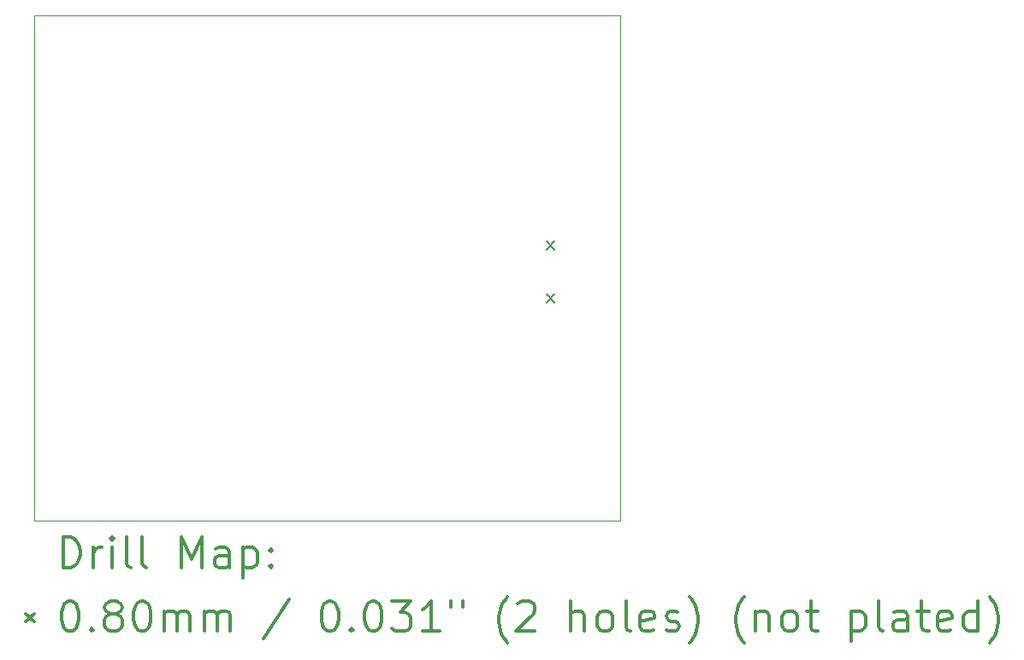
<source format=gbr>
%FSLAX45Y45*%
G04 Gerber Fmt 4.5, Leading zero omitted, Abs format (unit mm)*
G04 Created by KiCad (PCBNEW (5.1.5)-3) date 2020-09-11 10:44:50*
%MOMM*%
%LPD*%
G04 APERTURE LIST*
%TA.AperFunction,Profile*%
%ADD10C,0.050000*%
%TD*%
%ADD11C,0.200000*%
%ADD12C,0.300000*%
G04 APERTURE END LIST*
D10*
X1300000Y-1300000D02*
X1300000Y-6300000D01*
X7100000Y-1300000D02*
X7100000Y-6300000D01*
X1300000Y-6300000D02*
X7100000Y-6300000D01*
X1300000Y-1300000D02*
X7100000Y-1300000D01*
D11*
X6370960Y-4060068D02*
X6450960Y-4140068D01*
X6450960Y-4060068D02*
X6370960Y-4140068D01*
X6370960Y-3536320D02*
X6450960Y-3616320D01*
X6450960Y-3536320D02*
X6370960Y-3616320D01*
D12*
X1583928Y-6768214D02*
X1583928Y-6468214D01*
X1655357Y-6468214D01*
X1698214Y-6482500D01*
X1726786Y-6511071D01*
X1741071Y-6539643D01*
X1755357Y-6596786D01*
X1755357Y-6639643D01*
X1741071Y-6696786D01*
X1726786Y-6725357D01*
X1698214Y-6753929D01*
X1655357Y-6768214D01*
X1583928Y-6768214D01*
X1883928Y-6768214D02*
X1883928Y-6568214D01*
X1883928Y-6625357D02*
X1898214Y-6596786D01*
X1912500Y-6582500D01*
X1941071Y-6568214D01*
X1969643Y-6568214D01*
X2069643Y-6768214D02*
X2069643Y-6568214D01*
X2069643Y-6468214D02*
X2055357Y-6482500D01*
X2069643Y-6496786D01*
X2083928Y-6482500D01*
X2069643Y-6468214D01*
X2069643Y-6496786D01*
X2255357Y-6768214D02*
X2226786Y-6753929D01*
X2212500Y-6725357D01*
X2212500Y-6468214D01*
X2412500Y-6768214D02*
X2383928Y-6753929D01*
X2369643Y-6725357D01*
X2369643Y-6468214D01*
X2755357Y-6768214D02*
X2755357Y-6468214D01*
X2855357Y-6682500D01*
X2955357Y-6468214D01*
X2955357Y-6768214D01*
X3226786Y-6768214D02*
X3226786Y-6611071D01*
X3212500Y-6582500D01*
X3183928Y-6568214D01*
X3126786Y-6568214D01*
X3098214Y-6582500D01*
X3226786Y-6753929D02*
X3198214Y-6768214D01*
X3126786Y-6768214D01*
X3098214Y-6753929D01*
X3083928Y-6725357D01*
X3083928Y-6696786D01*
X3098214Y-6668214D01*
X3126786Y-6653929D01*
X3198214Y-6653929D01*
X3226786Y-6639643D01*
X3369643Y-6568214D02*
X3369643Y-6868214D01*
X3369643Y-6582500D02*
X3398214Y-6568214D01*
X3455357Y-6568214D01*
X3483928Y-6582500D01*
X3498214Y-6596786D01*
X3512500Y-6625357D01*
X3512500Y-6711071D01*
X3498214Y-6739643D01*
X3483928Y-6753929D01*
X3455357Y-6768214D01*
X3398214Y-6768214D01*
X3369643Y-6753929D01*
X3641071Y-6739643D02*
X3655357Y-6753929D01*
X3641071Y-6768214D01*
X3626786Y-6753929D01*
X3641071Y-6739643D01*
X3641071Y-6768214D01*
X3641071Y-6582500D02*
X3655357Y-6596786D01*
X3641071Y-6611071D01*
X3626786Y-6596786D01*
X3641071Y-6582500D01*
X3641071Y-6611071D01*
X1217500Y-7222500D02*
X1297500Y-7302500D01*
X1297500Y-7222500D02*
X1217500Y-7302500D01*
X1641071Y-7098214D02*
X1669643Y-7098214D01*
X1698214Y-7112500D01*
X1712500Y-7126786D01*
X1726786Y-7155357D01*
X1741071Y-7212500D01*
X1741071Y-7283929D01*
X1726786Y-7341071D01*
X1712500Y-7369643D01*
X1698214Y-7383929D01*
X1669643Y-7398214D01*
X1641071Y-7398214D01*
X1612500Y-7383929D01*
X1598214Y-7369643D01*
X1583928Y-7341071D01*
X1569643Y-7283929D01*
X1569643Y-7212500D01*
X1583928Y-7155357D01*
X1598214Y-7126786D01*
X1612500Y-7112500D01*
X1641071Y-7098214D01*
X1869643Y-7369643D02*
X1883928Y-7383929D01*
X1869643Y-7398214D01*
X1855357Y-7383929D01*
X1869643Y-7369643D01*
X1869643Y-7398214D01*
X2055357Y-7226786D02*
X2026786Y-7212500D01*
X2012500Y-7198214D01*
X1998214Y-7169643D01*
X1998214Y-7155357D01*
X2012500Y-7126786D01*
X2026786Y-7112500D01*
X2055357Y-7098214D01*
X2112500Y-7098214D01*
X2141071Y-7112500D01*
X2155357Y-7126786D01*
X2169643Y-7155357D01*
X2169643Y-7169643D01*
X2155357Y-7198214D01*
X2141071Y-7212500D01*
X2112500Y-7226786D01*
X2055357Y-7226786D01*
X2026786Y-7241071D01*
X2012500Y-7255357D01*
X1998214Y-7283929D01*
X1998214Y-7341071D01*
X2012500Y-7369643D01*
X2026786Y-7383929D01*
X2055357Y-7398214D01*
X2112500Y-7398214D01*
X2141071Y-7383929D01*
X2155357Y-7369643D01*
X2169643Y-7341071D01*
X2169643Y-7283929D01*
X2155357Y-7255357D01*
X2141071Y-7241071D01*
X2112500Y-7226786D01*
X2355357Y-7098214D02*
X2383928Y-7098214D01*
X2412500Y-7112500D01*
X2426786Y-7126786D01*
X2441071Y-7155357D01*
X2455357Y-7212500D01*
X2455357Y-7283929D01*
X2441071Y-7341071D01*
X2426786Y-7369643D01*
X2412500Y-7383929D01*
X2383928Y-7398214D01*
X2355357Y-7398214D01*
X2326786Y-7383929D01*
X2312500Y-7369643D01*
X2298214Y-7341071D01*
X2283928Y-7283929D01*
X2283928Y-7212500D01*
X2298214Y-7155357D01*
X2312500Y-7126786D01*
X2326786Y-7112500D01*
X2355357Y-7098214D01*
X2583928Y-7398214D02*
X2583928Y-7198214D01*
X2583928Y-7226786D02*
X2598214Y-7212500D01*
X2626786Y-7198214D01*
X2669643Y-7198214D01*
X2698214Y-7212500D01*
X2712500Y-7241071D01*
X2712500Y-7398214D01*
X2712500Y-7241071D02*
X2726786Y-7212500D01*
X2755357Y-7198214D01*
X2798214Y-7198214D01*
X2826786Y-7212500D01*
X2841071Y-7241071D01*
X2841071Y-7398214D01*
X2983928Y-7398214D02*
X2983928Y-7198214D01*
X2983928Y-7226786D02*
X2998214Y-7212500D01*
X3026786Y-7198214D01*
X3069643Y-7198214D01*
X3098214Y-7212500D01*
X3112500Y-7241071D01*
X3112500Y-7398214D01*
X3112500Y-7241071D02*
X3126786Y-7212500D01*
X3155357Y-7198214D01*
X3198214Y-7198214D01*
X3226786Y-7212500D01*
X3241071Y-7241071D01*
X3241071Y-7398214D01*
X3826786Y-7083929D02*
X3569643Y-7469643D01*
X4212500Y-7098214D02*
X4241071Y-7098214D01*
X4269643Y-7112500D01*
X4283928Y-7126786D01*
X4298214Y-7155357D01*
X4312500Y-7212500D01*
X4312500Y-7283929D01*
X4298214Y-7341071D01*
X4283928Y-7369643D01*
X4269643Y-7383929D01*
X4241071Y-7398214D01*
X4212500Y-7398214D01*
X4183928Y-7383929D01*
X4169643Y-7369643D01*
X4155357Y-7341071D01*
X4141071Y-7283929D01*
X4141071Y-7212500D01*
X4155357Y-7155357D01*
X4169643Y-7126786D01*
X4183928Y-7112500D01*
X4212500Y-7098214D01*
X4441071Y-7369643D02*
X4455357Y-7383929D01*
X4441071Y-7398214D01*
X4426786Y-7383929D01*
X4441071Y-7369643D01*
X4441071Y-7398214D01*
X4641071Y-7098214D02*
X4669643Y-7098214D01*
X4698214Y-7112500D01*
X4712500Y-7126786D01*
X4726786Y-7155357D01*
X4741071Y-7212500D01*
X4741071Y-7283929D01*
X4726786Y-7341071D01*
X4712500Y-7369643D01*
X4698214Y-7383929D01*
X4669643Y-7398214D01*
X4641071Y-7398214D01*
X4612500Y-7383929D01*
X4598214Y-7369643D01*
X4583928Y-7341071D01*
X4569643Y-7283929D01*
X4569643Y-7212500D01*
X4583928Y-7155357D01*
X4598214Y-7126786D01*
X4612500Y-7112500D01*
X4641071Y-7098214D01*
X4841071Y-7098214D02*
X5026786Y-7098214D01*
X4926786Y-7212500D01*
X4969643Y-7212500D01*
X4998214Y-7226786D01*
X5012500Y-7241071D01*
X5026786Y-7269643D01*
X5026786Y-7341071D01*
X5012500Y-7369643D01*
X4998214Y-7383929D01*
X4969643Y-7398214D01*
X4883928Y-7398214D01*
X4855357Y-7383929D01*
X4841071Y-7369643D01*
X5312500Y-7398214D02*
X5141071Y-7398214D01*
X5226786Y-7398214D02*
X5226786Y-7098214D01*
X5198214Y-7141071D01*
X5169643Y-7169643D01*
X5141071Y-7183929D01*
X5426786Y-7098214D02*
X5426786Y-7155357D01*
X5541071Y-7098214D02*
X5541071Y-7155357D01*
X5983928Y-7512500D02*
X5969643Y-7498214D01*
X5941071Y-7455357D01*
X5926786Y-7426786D01*
X5912500Y-7383929D01*
X5898214Y-7312500D01*
X5898214Y-7255357D01*
X5912500Y-7183929D01*
X5926786Y-7141071D01*
X5941071Y-7112500D01*
X5969643Y-7069643D01*
X5983928Y-7055357D01*
X6083928Y-7126786D02*
X6098214Y-7112500D01*
X6126786Y-7098214D01*
X6198214Y-7098214D01*
X6226786Y-7112500D01*
X6241071Y-7126786D01*
X6255357Y-7155357D01*
X6255357Y-7183929D01*
X6241071Y-7226786D01*
X6069643Y-7398214D01*
X6255357Y-7398214D01*
X6612500Y-7398214D02*
X6612500Y-7098214D01*
X6741071Y-7398214D02*
X6741071Y-7241071D01*
X6726786Y-7212500D01*
X6698214Y-7198214D01*
X6655357Y-7198214D01*
X6626786Y-7212500D01*
X6612500Y-7226786D01*
X6926786Y-7398214D02*
X6898214Y-7383929D01*
X6883928Y-7369643D01*
X6869643Y-7341071D01*
X6869643Y-7255357D01*
X6883928Y-7226786D01*
X6898214Y-7212500D01*
X6926786Y-7198214D01*
X6969643Y-7198214D01*
X6998214Y-7212500D01*
X7012500Y-7226786D01*
X7026786Y-7255357D01*
X7026786Y-7341071D01*
X7012500Y-7369643D01*
X6998214Y-7383929D01*
X6969643Y-7398214D01*
X6926786Y-7398214D01*
X7198214Y-7398214D02*
X7169643Y-7383929D01*
X7155357Y-7355357D01*
X7155357Y-7098214D01*
X7426786Y-7383929D02*
X7398214Y-7398214D01*
X7341071Y-7398214D01*
X7312500Y-7383929D01*
X7298214Y-7355357D01*
X7298214Y-7241071D01*
X7312500Y-7212500D01*
X7341071Y-7198214D01*
X7398214Y-7198214D01*
X7426786Y-7212500D01*
X7441071Y-7241071D01*
X7441071Y-7269643D01*
X7298214Y-7298214D01*
X7555357Y-7383929D02*
X7583928Y-7398214D01*
X7641071Y-7398214D01*
X7669643Y-7383929D01*
X7683928Y-7355357D01*
X7683928Y-7341071D01*
X7669643Y-7312500D01*
X7641071Y-7298214D01*
X7598214Y-7298214D01*
X7569643Y-7283929D01*
X7555357Y-7255357D01*
X7555357Y-7241071D01*
X7569643Y-7212500D01*
X7598214Y-7198214D01*
X7641071Y-7198214D01*
X7669643Y-7212500D01*
X7783928Y-7512500D02*
X7798214Y-7498214D01*
X7826786Y-7455357D01*
X7841071Y-7426786D01*
X7855357Y-7383929D01*
X7869643Y-7312500D01*
X7869643Y-7255357D01*
X7855357Y-7183929D01*
X7841071Y-7141071D01*
X7826786Y-7112500D01*
X7798214Y-7069643D01*
X7783928Y-7055357D01*
X8326786Y-7512500D02*
X8312500Y-7498214D01*
X8283928Y-7455357D01*
X8269643Y-7426786D01*
X8255357Y-7383929D01*
X8241071Y-7312500D01*
X8241071Y-7255357D01*
X8255357Y-7183929D01*
X8269643Y-7141071D01*
X8283928Y-7112500D01*
X8312500Y-7069643D01*
X8326786Y-7055357D01*
X8441071Y-7198214D02*
X8441071Y-7398214D01*
X8441071Y-7226786D02*
X8455357Y-7212500D01*
X8483928Y-7198214D01*
X8526786Y-7198214D01*
X8555357Y-7212500D01*
X8569643Y-7241071D01*
X8569643Y-7398214D01*
X8755357Y-7398214D02*
X8726786Y-7383929D01*
X8712500Y-7369643D01*
X8698214Y-7341071D01*
X8698214Y-7255357D01*
X8712500Y-7226786D01*
X8726786Y-7212500D01*
X8755357Y-7198214D01*
X8798214Y-7198214D01*
X8826786Y-7212500D01*
X8841071Y-7226786D01*
X8855357Y-7255357D01*
X8855357Y-7341071D01*
X8841071Y-7369643D01*
X8826786Y-7383929D01*
X8798214Y-7398214D01*
X8755357Y-7398214D01*
X8941071Y-7198214D02*
X9055357Y-7198214D01*
X8983928Y-7098214D02*
X8983928Y-7355357D01*
X8998214Y-7383929D01*
X9026786Y-7398214D01*
X9055357Y-7398214D01*
X9383928Y-7198214D02*
X9383928Y-7498214D01*
X9383928Y-7212500D02*
X9412500Y-7198214D01*
X9469643Y-7198214D01*
X9498214Y-7212500D01*
X9512500Y-7226786D01*
X9526786Y-7255357D01*
X9526786Y-7341071D01*
X9512500Y-7369643D01*
X9498214Y-7383929D01*
X9469643Y-7398214D01*
X9412500Y-7398214D01*
X9383928Y-7383929D01*
X9698214Y-7398214D02*
X9669643Y-7383929D01*
X9655357Y-7355357D01*
X9655357Y-7098214D01*
X9941071Y-7398214D02*
X9941071Y-7241071D01*
X9926786Y-7212500D01*
X9898214Y-7198214D01*
X9841071Y-7198214D01*
X9812500Y-7212500D01*
X9941071Y-7383929D02*
X9912500Y-7398214D01*
X9841071Y-7398214D01*
X9812500Y-7383929D01*
X9798214Y-7355357D01*
X9798214Y-7326786D01*
X9812500Y-7298214D01*
X9841071Y-7283929D01*
X9912500Y-7283929D01*
X9941071Y-7269643D01*
X10041071Y-7198214D02*
X10155357Y-7198214D01*
X10083928Y-7098214D02*
X10083928Y-7355357D01*
X10098214Y-7383929D01*
X10126786Y-7398214D01*
X10155357Y-7398214D01*
X10369643Y-7383929D02*
X10341071Y-7398214D01*
X10283928Y-7398214D01*
X10255357Y-7383929D01*
X10241071Y-7355357D01*
X10241071Y-7241071D01*
X10255357Y-7212500D01*
X10283928Y-7198214D01*
X10341071Y-7198214D01*
X10369643Y-7212500D01*
X10383928Y-7241071D01*
X10383928Y-7269643D01*
X10241071Y-7298214D01*
X10641071Y-7398214D02*
X10641071Y-7098214D01*
X10641071Y-7383929D02*
X10612500Y-7398214D01*
X10555357Y-7398214D01*
X10526786Y-7383929D01*
X10512500Y-7369643D01*
X10498214Y-7341071D01*
X10498214Y-7255357D01*
X10512500Y-7226786D01*
X10526786Y-7212500D01*
X10555357Y-7198214D01*
X10612500Y-7198214D01*
X10641071Y-7212500D01*
X10755357Y-7512500D02*
X10769643Y-7498214D01*
X10798214Y-7455357D01*
X10812500Y-7426786D01*
X10826786Y-7383929D01*
X10841071Y-7312500D01*
X10841071Y-7255357D01*
X10826786Y-7183929D01*
X10812500Y-7141071D01*
X10798214Y-7112500D01*
X10769643Y-7069643D01*
X10755357Y-7055357D01*
M02*

</source>
